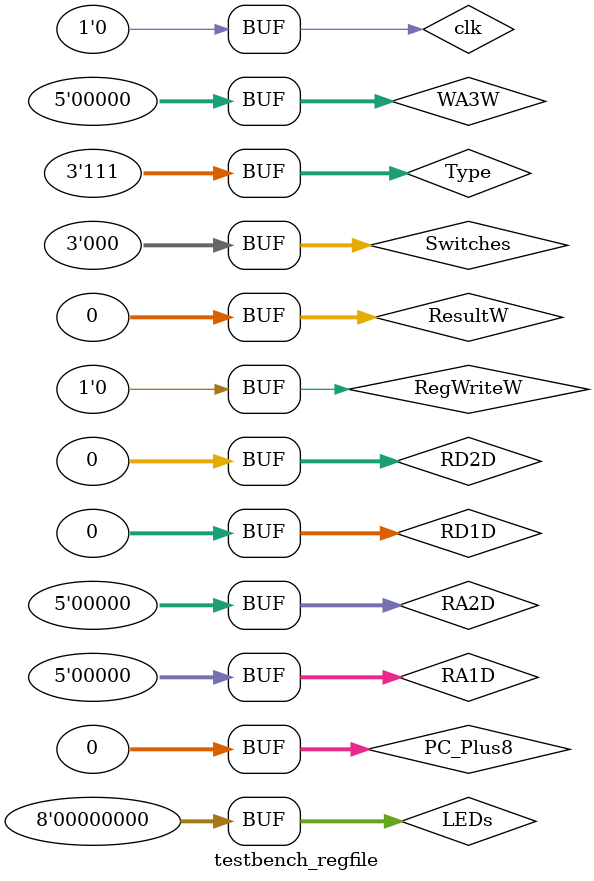
<source format=sv>
`timescale 1 ps / 1 ps
module testbench_regfile();
	
	logic clk;
	logic RegWriteW;
	logic [4:0] RA1D, RA2D, WA3W;
	logic [31:0] ResultW, PC_Plus8;
	logic [31:0] RD1D, RD2D;
	logic [7:0] LEDs;
	logic [2:0] Switches;
	logic [2:0] Type;
	
	regfile rf(clk, RegWriteW, RA1D, RA2D,
					WA3W, ResultW, PCPlus8D,
					RD1D, RD2D,
					LEDs,
					Switches,
					Type);
	
	initial begin
		
		// -------- Asignando valores ------------
		
		// Prueba con operaciones aritméticas
		
		//Switches en 11 para indicar que se tienen que inicializar los registros contadores
		
		clk = 1; ; Switches = 3'b011;#10;
		clk = 0; #10;
		
		//Hace operación aritmética entre registros
		
		clk = 1; RegWriteW = 0; RA1D = 'b0; RA2D = 'b0; WA3W = 'b0; ResultW = 'b0; PC_Plus8 = 'b0; RD1D = 'b0; RD2D = 'b0; LEDs = 'b0; Switches = 'b0; Type = 'b000;#10;
		clk = 0; #10;
		//Hace operación aritmética con inmediatos
		
		clk = 1; RegWriteW = 0; RA1D = 'b0; RA2D = 'b0; WA3W = 'b0; ResultW = 'b0; PC_Plus8 = 'b0; RD1D = 'b0; RD2D = 'b0; LEDs = 'b0; Switches = 'b0; Type = 'b001;#10;
		clk = 0; #10;
		//Hace operación store o load
		
		clk = 1; RegWriteW = 0; RA1D = 'b0; RA2D = 'b0; WA3W = 'b0; ResultW = 'b0; PC_Plus8 = 'b0; RD1D = 'b0; RD2D = 'b0; LEDs = 'b0; Switches = 'b0; Type = 'b100;#10;
		clk = 0; #10;
		
		
		clk = 1; RegWriteW = 0; RA1D = 'b0; RA2D = 'b0; WA3W = 'b0; ResultW = 'b0; PC_Plus8 = 'b0; RD1D = 'b0; RD2D = 'b0; LEDs = 'b0; Switches = 'b0; Type = 'b101;#10;
		clk = 0; #10;
		//Clock extra para revisar
		
		clk = 1; RegWriteW = 0; RA1D = 'b0; RA2D = 'b0; WA3W = 'b0; ResultW = 'b0; PC_Plus8 = 'b0; RD1D = 'b0; RD2D = 'b0; LEDs = 'b0; Switches = 'b0; Type = 'b111;#10;
		clk = 0; #10;
	end
	
endmodule
</source>
